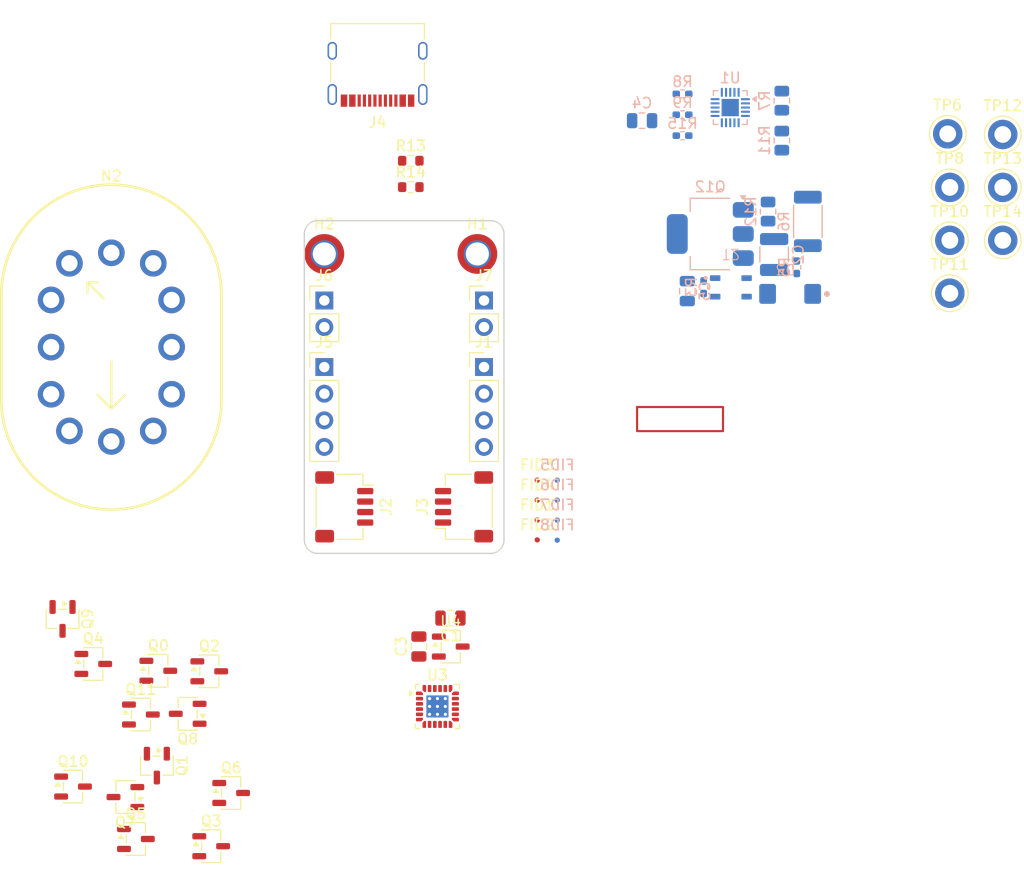
<source format=kicad_pcb>
(kicad_pcb (version 20241229) (generator "pcbnew") (generator_version "9.0")
  (title_block (title "OMNIXIE") (date "2025-12-16") (rev "1") (company "High Tech Aztech") (comment 3 "Engineer: Nicolas Alvarez"))
  (layers (0 "F.Cu" signal) (2 "B.Cu" signal) (13 "F.Paste" user) (15 "B.Paste" user) (5 "F.SilkS" user "F.Silkscreen") (7 "B.SilkS" user "B.Silkscreen") (1 "F.Mask" user) (3 "B.Mask" user) (25 "Edge.Cuts" user))
  (net 0 "")
  (net 3 "CATH1")
  (net 4 "CATH4")
  (net 5 "CATH2")
  (net 6 "CATH8")
  (net 7 "CATH0")
  (net 8 "CATH5")
  (net 9 "CATH3")
  (net 10 "CATH7")
  (net 11 "CATH6")
  (net 12 "CATH9")
  (net 13 "+3V3")
  (net 14 "DIG_0")
  (net 15 "DIG_1")
  (net 21 "DIG_2")
  (net 22 "GND")
  (net 23 "I2C_SCL")
  (net 24 "I2C_SDA")
  (net 25 "DIG_3")
  (net 27 "Net-(J4-CC1)")
  (net 32 "D-")
  (net 33 "DIG_4")
  (net 34 "DIG_5")
  (net 35 "DIG_6")
  (net 36 "DIG_7")
  (net 37 "DIG_8")
  (net 38 "DIG_9")
  (net 39 "DIG_AUX")
  (net 40 "CATHAUX")
  (net 41 "CATHDP")
  (net 42 "DIG_DP")
  (net 43 "PROGRAM")
  (net 44 "D+")
  (net 45 "Net-(J4-CC2)")
  (net 46 "DPU")
  (net 53 "VIN")
  (net 54 "Net-(U1-PD4{slash}A7{slash}UCK{slash}T2CH1ETR{slash}OPO{slash}T1CH4ETR)")
  (net 55 "Net-(U1-PD3{slash}A4{slash}T2CH2{slash}AETR{slash}UCTS{slash}T1CH4)")
  (net 56 "Net-(D2-K)")
  (net 57 "Net-(D2-A)")
  (net 58 "Net-(Q12-D)")
  (net 59 "Net-(R3-Pad1)")
  (net 60 "Net-(R5-Pad1)")
  (net 61 "HIGHVOLTAGE")
  (net 62 "HV_FEEDBACK")
  (net 63 "HV_SW")
  (footprint "TestPoint:TestPoint_Keystone_5005-5009_Compact" (layer "F.Cu") (at 200.200917 71.993722)
    (property "Reference" "TP6" (at 0 -2.75 0) (layer "F.SilkS"))
    (property "Value" "5005")
    (pad "1" thru_hole circle (at 0 0) (size 2.8 2.8) (drill 1.6) (layers "*.Cu" "*.Mask") (net 59 "Net-(R3-Pad1)"))
  )
  (footprint "Resistor_SMD:R_0603_1608Metric" (layer "F.Cu") (at 148.968417 77.073722)
    (property "Reference" "R14" (at 0 -1.43 0) (layer "F.SilkS"))
    (property "Value" "5.1k")
    (pad "1" smd roundrect (at -0.825 0) (size 0.8 0.95) (layers "F.Cu" "F.Mask" "F.Paste") (net 22 "GND"))
    (pad "2" smd roundrect (at 0.825 0) (size 0.8 0.95) (layers "F.Cu" "F.Mask" "F.Paste") (net 45 "Net-(J4-CC2)"))
  )
  (footprint "Connector_USB:USB_C_Receptacle_Palconn_UTC16-G" (layer "F.Cu") (at 145.793417 66.308722 180)
    (property "Reference" "J4" (at 0 -4.58 0) (layer "F.SilkS"))
    (property "Value" "USB4105-GF-A")
    (pad "" np_thru_hole circle (at -2.89 -1.45) (size 0.6 0.6) (drill 0.6) (layers "*.Cu" "*.Mask"))
    (pad "" np_thru_hole circle (at 2.89 -1.45) (size 0.6 0.6) (drill 0.6) (layers "*.Cu" "*.Mask"))
    (pad "A1" smd rect (at -3.2 -2.51 180) (size 0.6 1.16) (layers "F.Cu" "F.Mask" "F.Paste") (net 22 "GND"))
    (pad "A4" smd rect (at -2.4 -2.51 180) (size 0.6 1.16) (layers "F.Cu" "F.Mask" "F.Paste") (net 53 "VIN"))
    (pad "A5" smd rect (at -1.249999 -2.51) (size 0.3 1.16) (layers "F.Cu" "F.Mask" "F.Paste") (net 27 "Net-(J4-CC1)"))
    (pad "A6" smd rect (at -0.25 -2.51) (size 0.3 1.16) (layers "F.Cu" "F.Mask" "F.Paste") (net 44 "D+"))
    (pad "A7" smd rect (at 0.25 -2.51) (size 0.3 1.16) (layers "F.Cu" "F.Mask" "F.Paste") (net 32 "D-"))
    (pad "A8" smd rect (at 1.249999 -2.51) (size 0.3 1.16) (layers "F.Cu" "F.Mask" "F.Paste"))
    (pad "A9" smd rect (at 2.4 -2.51 180) (size 0.6 1.16) (layers "F.Cu" "F.Mask" "F.Paste") (net 53 "VIN"))
    (pad "A12" smd rect (at 3.2 -2.51 180) (size 0.6 1.16) (layers "F.Cu" "F.Mask" "F.Paste") (net 22 "GND"))
    (pad "B1" smd rect (at 3.2 -2.51 180) (size 0.6 1.16) (layers "F.Cu" "F.Mask" "F.Paste") (net 22 "GND"))
    (pad "B4" smd rect (at 2.4 -2.51 180) (size 0.6 1.16) (layers "F.Cu" "F.Mask" "F.Paste") (net 53 "VIN"))
    (pad "B5" smd rect (at 1.75 -2.51) (size 0.3 1.16) (layers "F.Cu" "F.Mask" "F.Paste") (net 45 "Net-(J4-CC2)"))
    (pad "B6" smd rect (at 0.75 -2.51) (size 0.3 1.16) (layers "F.Cu" "F.Mask" "F.Paste") (net 44 "D+"))
    (pad "B7" smd rect (at -0.75 -2.51) (size 0.3 1.16) (layers "F.Cu" "F.Mask" "F.Paste") (net 32 "D-"))
    (pad "B8" smd rect (at -1.75 -2.51) (size 0.3 1.16) (layers "F.Cu" "F.Mask" "F.Paste"))
    (pad "B9" smd rect (at -2.4 -2.51 180) (size 0.6 1.16) (layers "F.Cu" "F.Mask" "F.Paste") (net 53 "VIN"))
    (pad "B12" smd rect (at -3.2 -2.51 180) (size 0.6 1.16) (layers "F.Cu" "F.Mask" "F.Paste") (net 22 "GND"))
    (pad "S1" thru_hole oval (at -4.32 -1.93 270) (size 2 0.9) (drill oval 1.7 0.6) (property pad_prop_heatsink) (layers "*.Cu" "*.Mask") (net 22 "GND"))
    (pad "S1" thru_hole oval (at -4.32 2.24 270) (size 1.7 0.9) (drill oval 1.4 0.6) (property pad_prop_heatsink) (layers "*.Cu" "*.Mask") (net 22 "GND"))
    (pad "S1" thru_hole oval (at 4.32 -1.93 270) (size 2 0.9) (drill oval 1.7 0.6) (property pad_prop_heatsink) (layers "*.Cu" "*.Mask") (net 22 "GND"))
    (pad "S1" thru_hole oval (at 4.32 2.24 270) (size 1.7 0.9) (drill oval 1.4 0.6) (property pad_prop_heatsink) (layers "*.Cu" "*.Mask") (net 22 "GND"))
  )
  (footprint "Connector_JST:JST_SH_SM04B-SRSS-TB_1x04-1MP_P1.00mm_Horizontal" (layer "F.Cu") (at 142.618417 107.583722 -90)
    (property "Reference" "J2" (at 0 -3.98 90) (layer "F.SilkS"))
    (property "Value" "SM04B-SRSS-TB")
    (pad "1" smd roundrect (at -1.5 -2 270) (size 0.6 1.55) (layers "F.Cu" "F.Mask" "F.Paste") (net 24 "I2C_SDA"))
    (pad "2" smd roundrect (at -0.5 -2 270) (size 0.6 1.55) (layers "F.Cu" "F.Mask" "F.Paste") (net 23 "I2C_SCL"))
    (pad "3" smd roundrect (at 0.5 -2 270) (size 0.6 1.55) (layers "F.Cu" "F.Mask" "F.Paste") (net 13 "+3V3"))
    (pad "4" smd roundrect (at 1.5 -2 270) (size 0.6 1.55) (layers "F.Cu" "F.Mask" "F.Paste") (net 22 "GND"))
    (pad "MP" smd roundrect (at -2.8 1.875 270) (size 1.2 1.8) (layers "F.Cu" "F.Mask" "F.Paste") (roundrect_rratio 0.208333))
    (pad "MP" smd roundrect (at 2.8 1.875 270) (size 1.2 1.8) (layers "F.Cu" "F.Mask" "F.Paste") (roundrect_rratio 0.208333))
  )
  (footprint "TestPoint:TestPoint_Keystone_5005-5009_Compact" (layer "F.Cu") (at 205.453417 72.053722)
    (property "Reference" "TP12" (at 0 -2.75 0) (layer "F.SilkS"))
    (property "Value" "5005")
    (pad "1" thru_hole circle (at 0 0) (size 2.8 2.8) (drill 1.6) (layers "*.Cu" "*.Mask") (net 60 "Net-(R5-Pad1)"))
  )
  (footprint "Connector_PinHeader_2.54mm:PinHeader_1x04_P2.54mm_Vertical" (layer "F.Cu") (at 155.953417 94.248722)
    (property "Reference" "J1" (at 0 -2.38 0) (layer "F.SilkS"))
    (property "Value" "Conn_01x04")
    (pad "1" thru_hole rect (at 0 0) (size 1.7 1.7) (drill 1) (layers "*.Cu" "*.Mask") (net 24 "I2C_SDA"))
    (pad "2" thru_hole circle (at 0 2.54) (size 1.7 1.7) (drill 1) (layers "*.Cu" "*.Mask") (net 23 "I2C_SCL"))
    (pad "3" thru_hole circle (at 0 5.08) (size 1.7 1.7) (drill 1) (layers "*.Cu" "*.Mask") (net 13 "+3V3"))
    (pad "4" thru_hole circle (at 0 7.62) (size 1.7 1.7) (drill 1) (layers "*.Cu" "*.Mask") (net 22 "GND"))
  )
  (footprint "TestPoint:TestPoint_Keystone_5005-5009_Compact" (layer "F.Cu") (at 200.403417 77.103722)
    (property "Reference" "TP8" (at 0 -2.75 0) (layer "F.SilkS"))
    (property "Value" "5005")
    (pad "1" thru_hole circle (at 0 0) (size 2.8 2.8) (drill 1.6) (layers "*.Cu" "*.Mask") (net 56 "Net-(D2-K)"))
  )
  (footprint "NIXIE:IN-12A Nixie" (layer "F.Cu") (at 120.393417 92.343722)
    (property "Reference" "N2" (at 0 -16.327 0) (layer "F.SilkS"))
    (property "Value" "IN-12BORIGINAL")
    (pad "" np_thru_hole circle (at 0 0) (size 2.54 2.54) (drill 5) (layers "*.Cu" "*.Mask"))
    (pad "1" thru_hole circle (at -4 -8) (size 2.54 2.54) (drill 1.55) (layers "*.Cu" "*.Mask") (net 3 "CATH1"))
    (pad "2" thru_hole circle (at -5.74999 -4.5) (size 2.54 2.54) (drill 1.55) (layers "*.Cu" "*.Mask") (net 5 "CATH2"))
    (pad "3" thru_hole circle (at -5.75 0) (size 2.54 2.54) (drill 1.55) (layers "*.Cu" "*.Mask") (net 9 "CATH3"))
    (pad "4" thru_hole circle (at -5.75 4.5) (size 2.54 2.54) (drill 1.55) (layers "*.Cu" "*.Mask") (net 4 "CATH4"))
    (pad "5" thru_hole circle (at -4 8) (size 2.54 2.54) (drill 1.55) (layers "*.Cu" "*.Mask") (net 8 "CATH5"))
    (pad "6" thru_hole circle (at 0 9) (size 2.54 2.54) (drill 1.55) (layers "*.Cu" "*.Mask") (net 11 "CATH6"))
    (pad "7" thru_hole circle (at 4 8) (size 2.54 2.54) (drill 1.55) (layers "*.Cu" "*.Mask") (net 10 "CATH7"))
    (pad "8" thru_hole circle (at 5.75 4.5) (size 2.54 2.54) (drill 1.55) (layers "*.Cu" "*.Mask") (net 6 "CATH8"))
    (pad "9" thru_hole circle (at 5.75 0) (size 2.54 2.54) (drill 1.55) (layers "*.Cu" "*.Mask") (net 12 "CATH9"))
    (pad "10" thru_hole circle (at 5.75 -4.5) (size 2.54 2.54) (drill 1.55) (layers "*.Cu" "*.Mask"))
    (pad "11" thru_hole circle (at 4 -8) (size 2.54 2.54) (drill 1.55) (layers "*.Cu" "*.Mask"))
    (pad "12" thru_hole circle (at 0 -9) (size 2.54 2.54) (drill 1.55) (layers "*.Cu" "*.Mask"))
  )
  (footprint "Connector_PinHeader_2.54mm:PinHeader_1x04_P2.54mm_Vertical" (layer "F.Cu") (at 140.713417 94.248722)
    (property "Reference" "J5" (at 0 -2.38 0) (layer "F.SilkS"))
    (property "Value" "Conn_01x04")
    (pad "1" thru_hole rect (at 0 0) (size 1.7 1.7) (drill 1) (layers "*.Cu" "*.Mask") (net 24 "I2C_SDA"))
    (pad "2" thru_hole circle (at 0 2.54) (size 1.7 1.7) (drill 1) (layers "*.Cu" "*.Mask") (net 23 "I2C_SCL"))
    (pad "3" thru_hole circle (at 0 5.08) (size 1.7 1.7) (drill 1) (layers "*.Cu" "*.Mask") (net 13 "+3V3"))
    (pad "4" thru_hole circle (at 0 7.62) (size 1.7 1.7) (drill 1) (layers "*.Cu" "*.Mask") (net 22 "GND"))
  )
  (footprint "Fiducial:Fiducial_0.5mm_Mask1mm" (layer "F.Cu") (at 161.033417 110.738722)
    (property "Reference" "FID2" (at 0 -1.45 0) (layer "F.SilkS"))
    (property "Value" "Fiducial")
    (pad "" smd circle (at 0 0) (size 0.5 0.5) (layers "F.Cu" "F.Mask") (clearance 0.35))
  )
  (footprint "TestPoint:TestPoint_Keystone_5005-5009_Compact" (layer "F.Cu") (at 200.403417 82.153722)
    (property "Reference" "TP10" (at 0 -2.75 0) (layer "F.SilkS"))
    (property "Value" "5005")
    (pad "1" thru_hole circle (at 0 0) (size 2.8 2.8) (drill 1.6) (layers "*.Cu" "*.Mask") (net 53 "VIN"))
  )
  (footprint "Capacitor_SMD:C_0805_2012Metric" (layer "F.Cu") (at 152.749873 118.200242 180)
    (property "Reference" "C1" (at 0 -1.68 0) (layer "F.SilkS"))
    (property "Value" "10uF")
    (pad "1" smd roundrect (at -0.95 0 180) (size 1 1.45) (layers "F.Cu" "F.Mask" "F.Paste") (net 53 "VIN"))
    (pad "2" smd roundrect (at 0.95 0 180) (size 1 1.45) (layers "F.Cu" "F.Mask" "F.Paste") (net 22 "GND"))
  )
  (footprint "MountingHole:MountingHole_2.2mm_M2_DIN965_Pad_TopOnly" (layer "F.Cu") (at 140.713417 83.453722)
    (property "Reference" "H2" (at 0 -2.85 0) (layer "F.SilkS"))
    (property "Value" "MountingHole")
    (pad "1" thru_hole circle (at 0 0) (size 2.6 2.6) (drill 2.2) (layers "*.Cu" "*.Mask"))
    (pad "1" connect circle (at 0 0) (size 3.8 3.8) (layers "F.Cu" "F.Mask"))
  )
  (footprint "Package_TO_SOT_SMD:SOT-23-3" (layer "F.Cu") (at 122.735101 139.278722)
    (property "Reference" "Q5" (at 0 -2.4 0) (layer "F.SilkS"))
    (property "Value" "BSS123")
    (pad "1" smd roundrect (at -1.1375 -0.95) (size 1.325 0.6) (layers "F.Cu" "F.Mask" "F.Paste") (net 34 "DIG_5"))
    (pad "2" smd roundrect (at -1.1375 0.95) (size 1.325 0.6) (layers "F.Cu" "F.Mask" "F.Paste") (net 22 "GND"))
    (pad "3" smd roundrect (at 1.1375 0) (size 1.325 0.6) (layers "F.Cu" "F.Mask" "F.Paste") (net 8 "CATH5"))
  )
  (footprint "Fiducial:Fiducial_0.5mm_Mask1mm" (layer "F.Cu") (at 161.033417 108.853722)
    (property "Reference" "FID1" (at 0 -1.45 0) (layer "F.SilkS"))
    (property "Value" "Fiducial")
    (pad "" smd circle (at 0 0) (size 0.5 0.5) (layers "F.Cu" "F.Mask") (clearance 0.35))
  )
  (footprint "Package_TO_SOT_SMD:SOT-23-3" (layer "F.Cu") (at 127.67603 127.332861 180)
    (property "Reference" "Q8" (at 0 -2.4 0) (layer "F.SilkS"))
    (property "Value" "BSS123")
    (pad "1" smd roundrect (at -1.1375 -0.949999 180) (size 1.325 0.6) (layers "F.Cu" "F.Mask" "F.Paste") (net 37 "DIG_8"))
    (pad "2" smd roundrect (at -1.1375 0.949999 180) (size 1.325 0.6) (layers "F.Cu" "F.Mask" "F.Paste") (net 22 "GND"))
    (pad "3" smd roundrect (at 1.1375 0 180) (size 1.325 0.6) (layers "F.Cu" "F.Mask" "F.Paste") (net 6 "CATH8"))
  )
  (footprint "Package_TO_SOT_SMD:SOT-23-3" (layer "F.Cu") (at 129.918417 139.968722)
    (property "Reference" "Q3" (at 0 -2.4 0) (layer "F.SilkS"))
    (property "Value" "BSS123")
    (pad "1" smd roundrect (at -1.1375 -0.949999) (size 1.325 0.6) (layers "F.Cu" "F.Mask" "F.Paste") (net 25 "DIG_3"))
    (pad "2" smd roundrect (at -1.1375 0.949999) (size 1.325 0.6) (layers "F.Cu" "F.Mask" "F.Paste") (net 22 "GND"))
    (pad "3" smd roundrect (at 1.1375 0) (size 1.325 0.6) (layers "F.Cu" "F.Mask" "F.Paste") (net 9 "CATH3"))
  )
  (footprint "Package_TO_SOT_SMD:SOT-23-3" (layer "F.Cu") (at 116.735101 134.278722)
    (property "Reference" "Q10" (at 0 -2.4 0) (layer "F.SilkS"))
    (property "Value" "BSS123")
    (pad "1" smd roundrect (at -1.1375 -0.95) (size 1.325 0.6) (layers "F.Cu" "F.Mask" "F.Paste") (net 39 "DIG_AUX"))
    (pad "2" smd roundrect (at -1.1375 0.95) (size 1.325 0.6) (layers "F.Cu" "F.Mask" "F.Paste") (net 22 "GND"))
    (pad "3" smd roundrect (at 1.1375 0) (size 1.325 0.6) (layers "F.Cu" "F.Mask" "F.Paste") (net 40 "CATHAUX"))
  )
  (footprint "Resistor_SMD:R_0603_1608Metric" (layer "F.Cu") (at 148.968417 74.563722)
    (property "Reference" "R13" (at 0 -1.43 0) (layer "F.SilkS"))
    (property "Value" "5.1k")
    (pad "1" smd roundrect (at -0.825 0) (size 0.8 0.95) (layers "F.Cu" "F.Mask" "F.Paste") (net 27 "Net-(J4-CC1)"))
    (pad "2" smd roundrect (at 0.825 0) (size 0.8 0.95) (layers "F.Cu" "F.Mask" "F.Paste") (net 22 "GND"))
  )
  (footprint "Package_TO_SOT_SMD:SOT-23-3" (layer "F.Cu") (at 115.735101 118.278722 -90)
    (property "Reference" "Q9" (at 0 -2.4 90) (layer "F.SilkS"))
    (property "Value" "BSS123")
    (pad "1" smd roundrect (at -1.1375 -0.949999 270) (size 1.325 0.6) (layers "F.Cu" "F.Mask" "F.Paste") (net 38 "DIG_9"))
    (pad "2" smd roundrect (at -1.1375 0.949999 270) (size 1.325 0.6) (layers "F.Cu" "F.Mask" "F.Paste") (net 22 "GND"))
    (pad "3" smd roundrect (at 1.1375 0 270) (size 1.325 0.6) (layers "F.Cu" "F.Mask" "F.Paste") (net 12 "CATH9"))
  )
  (footprint "Package_DFN_QFN:TQFN-24-1EP_4x4mm_P0.5mm_EP2.1x2.1mm_ThermalVias" (layer "F.Cu") (at 151.508417 126.633722)
    (property "Reference" "U3" (at 0 -3 0) (layer "F.SilkS"))
    (property "Value" "PI4IOE5V6416ZDEX")
    (pad "1" smd custom (at -1.7125 -1.25) (size 0.222721 0.222721) (layers "F.Cu" "F.Mask" "F.Paste") (net 14 "DIG_0") (options (clearance outline) (anchor circle)) (primitives (gr_poly (pts (xy -0.2525 -0.09) (xy 0.122292 -0.09) (xy 0.2525 0.040208) (xy 0.2525 0.09) (xy -0.2525 0.09)) (width 0.17) (fill yes))))
    (pad "2" smd roundrect (at -1.7125 -0.75) (size 0.675 0.35) (layers "F.Cu" "F.Mask" "F.Paste") (net 15 "DIG_1"))
    (pad "3" smd roundrect (at -1.7125 -0.25) (size 0.675 0.35) (layers "F.Cu" "F.Mask" "F.Paste") (net 21 "DIG_2"))
    (pad "4" smd roundrect (at -1.7125 0.25) (size 0.675 0.35) (layers "F.Cu" "F.Mask" "F.Paste") (net 25 "DIG_3"))
    (pad "5" smd roundrect (at -1.7125 0.75) (size 0.675 0.35) (layers "F.Cu" "F.Mask" "F.Paste") (net 33 "DIG_4"))
    (pad "6" smd custom (at -1.7125 1.25) (size 0.222721 0.222721) (layers "F.Cu" "F.Mask" "F.Paste") (net 34 "DIG_5") (options (clearance outline) (anchor circle)) (primitives (gr_poly (pts (xy -0.2525 -0.09) (xy 0.2525 -0.09) (xy 0.2525 -0.040208) (xy 0.122292 0.09) (xy -0.2525 0.09)) (width 0.17) (fill yes))))
    (pad "7" smd custom (at -1.25 1.7125) (size 0.222721 0.222721) (layers "F.Cu" "F.Mask" "F.Paste") (net 35 "DIG_6") (options (clearance outline) (anchor circle)) (primitives (gr_poly (pts (xy -0.09 -0.122292) (xy 0.040208 -0.2525) (xy 0.09 -0.2525) (xy 0.09 0.2525) (xy -0.09 0.2525)) (width 0.17) (fill yes))))
    (pad "8" smd roundrect (at -0.75 1.7125) (size 0.35 0.675) (layers "F.Cu" "F.Mask" "F.Paste") (net 36 "DIG_7"))
    (pad "9" smd roundrect (at -0.25 1.7125) (size 0.35 0.675) (layers "F.Cu" "F.Mask" "F.Paste") (net 22 "GND"))
    (pad "10" smd roundrect (at 0.25 1.7125) (size 0.35 0.675) (layers "F.Cu" "F.Mask" "F.Paste") (net 37 "DIG_8"))
    (pad "11" smd roundrect (at 0.75 1.7125) (size 0.35 0.675) (layers "F.Cu" "F.Mask" "F.Paste") (net 38 "DIG_9"))
    (pad "12" smd custom (at 1.25 1.7125) (size 0.222721 0.222721) (layers "F.Cu" "F.Mask" "F.Paste") (net 42 "DIG_DP") (options (clearance outline) (anchor circle)) (primitives (gr_poly (pts (xy -0.09 -0.2525) (xy -0.040208 -0.2525) (xy 0.09 -0.122292) (xy 0.09 0.2525) (xy -0.09 0.2525)) (width 0.17) (fill yes))))
    (pad "13" smd custom (at 1.7125 1.25) (size 0.222721 0.222721) (layers "F.Cu" "F.Mask" "F.Paste") (net 39 "DIG_AUX") (options (clearance outline) (anchor circle)) (primitives (gr_poly (pts (xy -0.2525 -0.09) (xy 0.2525 -0.09) (xy 0.2525 0.09) (xy -0.122292 0.09) (xy -0.2525 -0.040208)) (width 0.17) (fill yes))))
    (pad "14" smd roundrect (at 1.7125 0.75) (size 0.675 0.35) (layers "F.Cu" "F.Mask" "F.Paste"))
    (pad "15" smd roundrect (at 1.7125 0.25) (size 0.675 0.35) (layers "F.Cu" "F.Mask" "F.Paste"))
    (pad "16" smd roundrect (at 1.7125 -0.25) (size 0.675 0.35) (layers "F.Cu" "F.Mask" "F.Paste"))
    (pad "17" smd roundrect (at 1.7125 -0.75) (size 0.675 0.35) (layers "F.Cu" "F.Mask" "F.Paste"))
    (pad "18" smd custom (at 1.7125 -1.25) (size 0.222721 0.222721) (layers "F.Cu" "F.Mask" "F.Paste") (net 22 "GND") (options (clearance outline) (anchor circle)) (primitives (gr_poly (pts (xy -0.2525 0.040208) (xy -0.122292 -0.09) (xy 0.2525 -0.09) (xy 0.2525 0.09) (xy -0.2525 0.09)) (width 0.17) (fill yes))))
    (pad "19" smd custom (at 1.25 -1.7125) (size 0.222721 0.222721) (layers "F.Cu" "F.Mask" "F.Paste") (net 23 "I2C_SCL") (options (clearance outline) (anchor circle)) (primitives (gr_poly (pts (xy -0.09 -0.2525) (xy 0.09 -0.2525) (xy 0.09 0.122292) (xy -0.040208 0.2525) (xy -0.09 0.2525)) (width 0.17) (fill yes))))
    (pad "20" smd roundrect (at 0.75 -1.7125) (size 0.35 0.675) (layers "F.Cu" "F.Mask" "F.Paste") (net 24 "I2C_SDA"))
    (pad "21" smd roundrect (at 0.25 -1.7125) (size 0.35 0.675) (layers "F.Cu" "F.Mask" "F.Paste") (net 13 "+3V3"))
    (pad "22" smd roundrect (at -0.25 -1.7125) (size 0.35 0.675) (layers "F.Cu" "F.Mask" "F.Paste"))
    (pad "23" smd roundrect (at -0.75 -1.7125) (size 0.35 0.675) (layers "F.Cu" "F.Mask" "F.Paste") (net 13 "+3V3"))
    (pad "24" smd custom (at -1.25 -1.7125) (size 0.222721 0.222721) (layers "F.Cu" "F.Mask" "F.Paste") (options (clearance outline) (anchor circle)) (primitives (gr_poly (pts (xy -0.09 -0.2525) (xy 0.09 -0.2525) (xy 0.09 0.2525) (xy 0.040208 0.2525) (xy -0.09 0.122292)) (width 0.17) (fill yes))))
    (pad "25" thru_hole circle (at -0.75 -0.75) (size 0.6 0.6) (drill 0.3) (property pad_prop_heatsink) (layers "*.Cu"))
    (pad "25" thru_hole circle (at -0.75 0) (size 0.6 0.6) (drill 0.3) (property pad_prop_heatsink) (layers "*.Cu"))
    (pad "25" thru_hole circle (at -0.75 0.75) (size 0.6 0.6) (drill 0.3) (property pad_prop_heatsink) (layers "*.Cu"))
    (pad "25" thru_hole circle (at 0 -0.75) (size 0.6 0.6) (drill 0.3) (property pad_prop_heatsink) (layers "*.Cu"))
    (pad "25" thru_hole circle (at 0 0) (size 0.6 0.6) (drill 0.3) (property pad_prop_heatsink) (layers "*.Cu"))
    (pad "25" smd rect (at 0 0) (size 2.1 2.1) (property pad_prop_heatsink) (layers "F.Cu" "F.Mask"))
    (pad "25" smd rect (at 0 0) (size 2.1 2.1) (property pad_prop_heatsink) (layers "B.Cu"))
    (pad "25" thru_hole circle (at 0 0.75) (size 0.6 0.6) (drill 0.3) (property pad_prop_heatsink) (layers "*.Cu"))
    (pad "25" thru_hole circle (at 0.75 -0.75) (size 0.6 0.6) (drill 0.3) (property pad_prop_heatsink) (layers "*.Cu"))
    (pad "25" thru_hole circle (at 0.75 0) (size 0.6 0.6) (drill 0.3) (property pad_prop_heatsink) (layers "*.Cu"))
    (pad "25" thru_hole circle (at 0.75 0.75) (size 0.6 0.6) (drill 0.3) (property pad_prop_heatsink) (layers "*.Cu"))
  )
  (footprint "Connector_JST:JST_SH_SM04B-SRSS-TB_1x04-1MP_P1.00mm_Horizontal" (layer "F.Cu") (at 154.048417 107.583722 90)
    (property "Reference" "J3" (at 0 -3.98 90) (layer "F.SilkS"))
    (property "Value" "SM04B-SRSS-TB")
    (pad "1" smd roundrect (at -1.5 -2 90) (size 0.6 1.55) (layers "F.Cu" "F.Mask" "F.Paste") (net 24 "I2C_SDA"))
    (pad "2" smd roundrect (at -0.5 -2 90) (size 0.6 1.55) (layers "F.Cu" "F.Mask" "F.Paste") (net 23 "I2C_SCL"))
    (pad "3" smd roundrect (at 0.5 -2 90) (size 0.6 1.55) (layers "F.Cu" "F.Mask" "F.Paste") (net 13 "+3V3"))
    (pad "4" smd roundrect (at 1.5 -2 90) (size 0.6 1.55) (layers "F.Cu" "F.Mask" "F.Paste") (net 22 "GND"))
    (pad "MP" smd roundrect (at -2.8 1.875 90) (size 1.2 1.8) (layers "F.Cu" "F.Mask" "F.Paste") (roundrect_rratio 0.208333))
    (pad "MP" smd roundrect (at 2.8 1.875 90) (size 1.2 1.8) (layers "F.Cu" "F.Mask" "F.Paste") (roundrect_rratio 0.208333))
  )
  (footprint "Capacitor_SMD:C_0805_2012Metric" (layer "F.Cu") (at 149.738571 120.911841 90)
    (property "Reference" "C3" (at 0 -1.68 90) (layer "F.SilkS"))
    (property "Value" "1uF")
    (pad "1" smd roundrect (at -0.95 0 90) (size 1 1.45) (layers "F.Cu" "F.Mask" "F.Paste") (net 13 "+3V3"))
    (pad "2" smd roundrect (at 0.95 0 90) (size 1 1.45) (layers "F.Cu" "F.Mask" "F.Paste") (net 22 "GND"))
  )
  (footprint "Connector_PinHeader_2.54mm:PinHeader_1x02_P2.54mm_Vertical" (layer "F.Cu") (at 155.953417 87.893722)
    (property "Reference" "J7" (at 0 -2.38 0) (layer "F.SilkS"))
    (property "Value" "Conn_01x02")
    (pad "1" thru_hole rect (at 0 0) (size 1.7 1.7) (drill 1) (layers "*.Cu" "*.Mask") (net 53 "VIN"))
    (pad "2" thru_hole circle (at 0 2.54) (size 1.7 1.7) (drill 1) (layers "*.Cu" "*.Mask") (net 22 "GND"))
  )
  (footprint "Package_TO_SOT_SMD:SOT-23-3" (layer "F.Cu") (at 124.872601 123.228722)
    (property "Reference" "Q0" (at 0 -2.4 0) (layer "F.SilkS"))
    (property "Value" "BSS123")
    (pad "1" smd roundrect (at -1.1375 -0.95) (size 1.325 0.6) (layers "F.Cu" "F.Mask" "F.Paste") (net 14 "DIG_0"))
    (pad "2" smd roundrect (at -1.1375 0.95) (size 1.325 0.6) (layers "F.Cu" "F.Mask" "F.Paste") (net 22 "GND"))
    (pad "3" smd roundrect (at 1.1375 0) (size 1.325 0.6) (layers "F.Cu" "F.Mask" "F.Paste") (net 7 "CATH0"))
  )
  (footprint "MountingHole:MountingHole_2.2mm_M2_DIN965_Pad_TopOnly" (layer "F.Cu") (at 155.318417 83.453722)
    (property "Reference" "H1" (at 0 -2.85 0) (layer "F.SilkS"))
    (property "Value" "MountingHole")
    (pad "1" thru_hole circle (at 0 0) (size 2.6 2.6) (drill 2.2) (layers "*.Cu" "*.Mask"))
    (pad "1" connect circle (at 0 0) (size 3.8 3.8) (layers "F.Cu" "F.Mask"))
  )
  (footprint "Package_TO_SOT_SMD:SOT-23-3" (layer "F.Cu") (at 118.664823 122.576233)
    (property "Reference" "Q4" (at 0 -2.4 0) (layer "F.SilkS"))
    (property "Value" "BSS123")
    (pad "1" smd roundrect (at -1.1375 -0.949999) (size 1.325 0.6) (layers "F.Cu" "F.Mask" "F.Paste") (net 33 "DIG_4"))
    (pad "2" smd roundrect (at -1.1375 0.949999) (size 1.325 0.6) (layers "F.Cu" "F.Mask" "F.Paste") (net 22 "GND"))
    (pad "3" smd roundrect (at 1.1375 0) (size 1.325 0.6) (layers "F.Cu" "F.Mask" "F.Paste") (net 4 "CATH4"))
  )
  (footprint "Connector_PinHeader_2.54mm:PinHeader_1x02_P2.54mm_Vertical" (layer "F.Cu") (at 140.713417 87.893722)
    (property "Reference" "J6" (at 0 -2.38 0) (layer "F.SilkS"))
    (property "Value" "Conn_01x02")
    (pad "1" thru_hole rect (at 0 0) (size 1.7 1.7) (drill 1) (layers "*.Cu" "*.Mask") (net 53 "VIN"))
    (pad "2" thru_hole circle (at 0 2.54) (size 1.7 1.7) (drill 1) (layers "*.Cu" "*.Mask") (net 22 "GND"))
  )
  (footprint "Package_TO_SOT_SMD:SOT-23-3" (layer "F.Cu") (at 124.735101 132.278722 -90)
    (property "Reference" "Q1" (at 0 -2.4 90) (layer "F.SilkS"))
    (property "Value" "BSS123")
    (pad "1" smd roundrect (at -1.1375 -0.949999 270) (size 1.325 0.6) (layers "F.Cu" "F.Mask" "F.Paste") (net 15 "DIG_1"))
    (pad "2" smd roundrect (at -1.1375 0.949999 270) (size 1.325 0.6) (layers "F.Cu" "F.Mask" "F.Paste") (net 22 "GND"))
    (pad "3" smd roundrect (at 1.1375 0 270) (size 1.325 0.6) (layers "F.Cu" "F.Mask" "F.Paste") (net 3 "CATH1"))
  )
  (footprint "TestPoint:TestPoint_Keystone_5005-5009_Compact" (layer "F.Cu") (at 205.453417 82.153722)
    (property "Reference" "TP14" (at 0 -2.75 0) (layer "F.SilkS"))
    (property "Value" "5005")
    (pad "1" thru_hole circle (at 0 0) (size 2.8 2.8) (drill 1.6) (layers "*.Cu" "*.Mask") (net 63 "HV_SW"))
  )
  (footprint "Fiducial:Fiducial_0.5mm_Mask1mm" (layer "F.Cu") (at 161.033417 105.043722)
    (property "Reference" "FID3" (at 0 -1.45 0) (layer "F.SilkS"))
    (property "Value" "Fiducial")
    (pad "" smd circle (at 0 0) (size 0.5 0.5) (layers "F.Cu" "F.Mask") (clearance 0.35))
  )
  (footprint "Package_TO_SOT_SMD:SOT-23-3" (layer "F.Cu") (at 152.778417 120.918722)
    (property "Reference" "U4" (at 0 -2.4 0) (layer "F.SilkS"))
    (property "Value" "XC6206P332MR")
    (pad "1" smd roundrect (at -1.1375 -0.95) (size 1.325 0.6) (layers "F.Cu" "F.Mask" "F.Paste") (net 22 "GND"))
    (pad "2" smd roundrect (at -1.1375 0.95) (size 1.325 0.6) (layers "F.Cu" "F.Mask" "F.Paste") (net 13 "+3V3"))
    (pad "3" smd roundrect (at 1.1375 0) (size 1.325 0.6) (layers "F.Cu" "F.Mask" "F.Paste") (net 53 "VIN"))
  )
  (footprint "TestPoint:TestPoint_Keystone_5005-5009_Compact" (layer "F.Cu") (at 205.453417 77.103722)
    (property "Reference" "TP13" (at 0 -2.75 0) (layer "F.SilkS"))
    (property "Value" "5005")
    (pad "1" thru_hole circle (at 0 0) (size 2.8 2.8) (drill 1.6) (layers "*.Cu" "*.Mask") (net 62 "HV_FEEDBACK"))
  )
  (footprint "Package_TO_SOT_SMD:SOT-23-3" (layer "F.Cu") (at 123.210101 127.403722)
    (property "Reference" "Q11" (at 0 -2.4 0) (layer "F.SilkS"))
    (property "Value" "BSS123")
    (pad "1" smd roundrect (at -1.1375 -0.95) (size 1.325 0.6) (layers "F.Cu" "F.Mask" "F.Paste") (net 42 "DIG_DP"))
    (pad "2" smd roundrect (at -1.1375 0.95) (size 1.325 0.6) (layers "F.Cu" "F.Mask" "F.Paste") (net 22 "GND"))
    (pad "3" smd roundrect (at 1.1375 0) (size 1.325 0.6) (layers "F.Cu" "F.Mask" "F.Paste") (net 41 "CATHDP"))
  )
  (footprint "Package_TO_SOT_SMD:SOT-23-3" (layer "F.Cu") (at 129.735101 123.278722)
    (property "Reference" "Q2" (at 0 -2.4 0) (layer "F.SilkS"))
    (property "Value" "BSS123")
    (pad "1" smd roundrect (at -1.1375 -0.95) (size 1.325 0.6) (layers "F.Cu" "F.Mask" "F.Paste") (net 21 "DIG_2"))
    (pad "2" smd roundrect (at -1.1375 0.95) (size 1.325 0.6) (layers "F.Cu" "F.Mask" "F.Paste") (net 22 "GND"))
    (pad "3" smd roundrect (at 1.1375 0) (size 1.325 0.6) (layers "F.Cu" "F.Mask" "F.Paste") (net 5 "CATH2"))
  )
  (footprint "Package_TO_SOT_SMD:SOT-23-3" (layer "F.Cu") (at 131.823417 134.888722)
    (property "Reference" "Q6" (at 0 -2.4 0) (layer "F.SilkS"))
    (property "Value" "BSS123")
    (pad "1" smd roundrect (at -1.1375 -0.949999) (size 1.325 0.6) (layers "F.Cu" "F.Mask" "F.Paste") (net 35 "DIG_6"))
    (pad "2" smd roundrect (at -1.1375 0.949999) (size 1.325 0.6) (layers "F.Cu" "F.Mask" "F.Paste") (net 22 "GND"))
    (pad "3" smd roundrect (at 1.1375 0) (size 1.325 0.6) (layers "F.Cu" "F.Mask" "F.Paste") (net 11 "CATH6"))
  )
  (footprint "TestPoint:TestPoint_Keystone_5005-5009_Compact" (layer "F.Cu") (at 200.403417 87.203722)
    (property "Reference" "TP11" (at 0 -2.75 0) (layer "F.SilkS"))
    (property "Value" "5005")
    (pad "1" thru_hole circle (at 0 0) (size 2.8 2.8) (drill 1.6) (layers "*.Cu" "*.Mask") (net 57 "Net-(D2-A)"))
  )
  (footprint "Package_TO_SOT_SMD:SOT-23-3" (layer "F.Cu") (at 121.735101 135.278722 180)
    (property "Reference" "Q7" (at 0 -2.4 0) (layer "F.SilkS"))
    (property "Value" "BSS123")
    (pad "1" smd roundrect (at -1.1375 -0.949999 180) (size 1.325 0.6) (layers "F.Cu" "F.Mask" "F.Paste") (net 36 "DIG_7"))
    (pad "2" smd roundrect (at -1.1375 0.949999 180) (size 1.325 0.6) (layers "F.Cu" "F.Mask" "F.Paste") (net 22 "GND"))
    (pad "3" smd roundrect (at 1.1375 0 180) (size 1.325 0.6) (layers "F.Cu" "F.Mask" "F.Paste") (net 10 "CATH7"))
  )
  (footprint "Fiducial:Fiducial_0.5mm_Mask1mm" (layer "F.Cu") (at 161.033417 106.948722)
    (property "Reference" "FID4" (at 0 -1.45 0) (layer "F.SilkS"))
    (property "Value" "Fiducial")
    (pad "" smd circle (at 0 0) (size 0.5 0.5) (layers "F.Cu" "F.Mask") (clearance 0.35))
  )
  (footprint "Package_TO_SOT_SMD:SOT-223-3_TabPin2" (layer "B.Cu") (at 177.543417 81.548722 180)
    (property "Reference" "Q12" (at 0 4.5 0) (layer "B.SilkS") (effects (justify mirror)))
    (property "Value" "IPN50R1K4CEATMA1")
    (pad "1" smd roundrect (at -3.15 2.3 180) (size 2 1.5) (layers "B.Cu" "B.Mask" "B.Paste") (net 63 "HV_SW"))
    (pad "2" smd roundrect (at -3.15 0 180) (size 2 1.5) (layers "B.Cu" "B.Mask" "B.Paste") (net 22 "GND"))
    (pad "2" smd roundrect (at 3.15 0 180) (size 2 3.8) (layers "B.Cu" "B.Mask" "B.Paste") (net 22 "GND"))
    (pad "3" smd roundrect (at -3.15 -2.3 180) (size 2 1.5) (layers "B.Cu" "B.Mask" "B.Paste") (net 58 "Net-(Q12-D)"))
  )
  (footprint "Resistor_SMD:R_0402_1005Metric_Pad0.72x0.64mm_HandSolder" (layer "B.Cu") (at 176.908417 86.628722 -90)
    (property "Reference" "R3" (at 0 1.17 90) (layer "B.SilkS") (effects (justify mirror)))
    (property "Value" "4.42m")
    (pad "1" smd roundrect (at -0.5975 0 270) (size 0.715 0.64) (layers "B.Cu" "B.Mask" "B.Paste") (net 59 "Net-(R3-Pad1)"))
    (pad "2" smd roundrect (at 0.5975 0 270) (size 0.715 0.64) (layers "B.Cu" "B.Mask" "B.Paste") (net 53 "VIN"))
  )
  (footprint "Resistor_SMD:R_0402_1005Metric_Pad0.72x0.64mm_HandSolder" (layer "B.Cu") (at 174.895917 72.163722 180)
    (property "Reference" "R15" (at 0 1.17 0) (layer "B.SilkS") (effects (justify mirror)))
    (property "Value" "1.5k")
    (pad "1" smd roundrect (at -0.5975 0 180) (size 0.715 0.64) (layers "B.Cu" "B.Mask" "B.Paste") (net 46 "DPU"))
    (pad "2" smd roundrect (at 0.5975 0 180) (size 0.715 0.64) (layers "B.Cu" "B.Mask" "B.Paste") (net 54 "Net-(U1-PD4{slash}A7{slash}UCK{slash}T2CH1ETR{slash}OPO{slash}T1CH4ETR)"))
  )
  (footprint "OMNIXIE:SK3200AFL" (layer "B.Cu") (at 185.163417 87.263722 180)
    (property "Reference" "D2" (at 0.44 2.27 0) (layer "B.SilkS") (effects (font (thickness 0.1)) (justify mirror)))
    (property "Value" "SK3200AFL-TP")
    (pad "1" smd roundrect (at -2.15 0 180) (size 1.6 1.9) (layers "B.Cu" "B.Mask") (roundrect_rratio 0.15) (net 56 "Net-(D2-K)"))
    (pad "2" smd roundrect (at 2.15 0 180) (size 1.6 1.9) (layers "B.Cu" "B.Mask") (roundrect_rratio 0.15) (net 57 "Net-(D2-A)"))
  )
  (footprint "Capacitor_SMD:C_0805_2012Metric" (layer "B.Cu") (at 175.35235 86.997835 90)
    (property "Reference" "C5" (at 0 1.68 90) (layer "B.SilkS") (effects (justify mirror)))
    (property "Value" "1uF")
    (pad "1" smd roundrect (at -0.95 0 90) (size 1 1.45) (layers "B.Cu" "B.Mask" "B.Paste") (net 53 "VIN"))
    (pad "2" smd roundrect (at 0.95 0 90) (size 1 1.45) (layers "B.Cu" "B.Mask" "B.Paste") (net 22 "GND"))
  )
  (footprint "Resistor_SMD:R_0402_1005Metric_Pad0.72x0.64mm_HandSolder" (layer "B.Cu") (at 185.798417 84.723722 -90)
    (property "Reference" "R5" (at 0 1.17 90) (layer "B.SilkS") (effects (justify mirror)))
    (property "Value" "4.42m")
    (pad "1" smd roundrect (at -0.5975 0 270) (size 0.715 0.64) (layers "B.Cu" "B.Mask" "B.Paste") (net 60 "Net-(R5-Pad1)"))
    (pad "2" smd roundrect (at 0.5975 0 270) (size 0.715 0.64) (layers "B.Cu" "B.Mask" "B.Paste") (net 56 "Net-(D2-K)"))
  )
  (footprint "Fiducial:Fiducial_0.5mm_Mask1mm" (layer "B.Cu") (at 162.938417 106.948722 180)
    (property "Reference" "FID6" (at 0 1.45 0) (layer "B.SilkS") (effects (justify mirror)))
    (property "Value" "Fiducial")
    (pad "" smd circle (at 0 0 180) (size 0.5 0.5) (layers "B.Cu" "B.Mask") (clearance 0.35))
  )
  (footprint "Fiducial:Fiducial_0.5mm_Mask1mm" (layer "B.Cu") (at 162.938417 105.043722 180)
    (property "Reference" "FID5" (at 0 1.45 0) (layer "B.SilkS") (effects (justify mirror)))
    (property "Value" "Fiducial")
    (pad "" smd circle (at 0 0 180) (size 0.5 0.5) (layers "B.Cu" "B.Mask") (clearance 0.35))
  )
  (footprint "Capacitor_SMD:C_1210_3225Metric" (layer "B.Cu") (at 183.637067 83.507875 90)
    (property "Reference" "C2" (at 0 2.3 90) (layer "B.SilkS") (effects (justify mirror)))
    (property "Value" "0.22uF")
    (pad "1" smd roundrect (at -1.475 0 90) (size 1.15 2.7) (layers "B.Cu" "B.Mask" "B.Paste") (roundrect_rratio 0.217391) (net 56 "Net-(D2-K)"))
    (pad "2" smd roundrect (at 1.475 0 90) (size 1.15 2.7) (layers "B.Cu" "B.Mask" "B.Paste") (roundrect_rratio 0.217391) (net 22 "GND"))
  )
  (footprint "Resistor_SMD:R_0805_2012Metric" (layer "B.Cu") (at 184.370917 72.638722 -90)
    (property "Reference" "R11" (at 0 1.65 90) (layer "B.SilkS") (effects (justify mirror)))
    (property "Value" "1k")
    (pad "1" smd roundrect (at -0.9125 0 270) (size 1.025 1.4) (layers "B.Cu" "B.Mask" "B.Paste") (roundrect_rratio 0.243902) (net 62 "HV_FEEDBACK"))
    (pad "2" smd roundrect (at 0.9125 0 270) (size 1.025 1.4) (layers "B.Cu" "B.Mask" "B.Paste") (roundrect_rratio 0.243902) (net 22 "GND"))
  )
  (footprint "Resistor_SMD:R_0402_1005Metric_Pad0.72x0.64mm_HandSolder" (layer "B.Cu") (at 174.895917 68.183722 180)
    (property "Reference" "R8" (at 0 1.17 0) (layer "B.SilkS") (effects (justify mirror)))
    (property "Value" "47")
    (pad "1" smd roundrect (at -0.5975 0 180) (size 0.715 0.64) (layers "B.Cu" "B.Mask" "B.Paste") (net 32 "D-"))
    (pad "2" smd roundrect (at 0.5975 0 180) (size 0.715 0.64) (layers "B.Cu" "B.Mask" "B.Paste") (net 54 "Net-(U1-PD4{slash}A7{slash}UCK{slash}T2CH1ETR{slash}OPO{slash}T1CH4ETR)"))
  )
  (footprint "OMNIXIE:ATB322515" (layer "B.Cu") (at 179.510104 86.643026)
    (property "Reference" "T2" (at 0.03 -3.18 180) (layer "B.SilkS") (effects (font (thickness 0.1)) (justify mirror)))
    (property "Value" "ATB322515-0110")
    (pad "1" smd roundrect (at -1.5 -0.885 180) (size 1 0.55) (layers "B.Cu" "B.Mask") (roundrect_rratio 0.15) (net 59 "Net-(R3-Pad1)"))
    (pad "2" smd roundrect (at -1.5 0.885 180) (size 1 0.55) (layers "B.Cu" "B.Mask") (roundrect_rratio 0.15) (net 53 "VIN"))
    (pad "3" smd roundrect (at 1.5 0.885 180) (size 1 0.55) (layers "B.Cu" "B.Mask") (roundrect_rratio 0.15) (net 57 "Net-(D2-A)"))
    (pad "4" smd roundrect (at 1.5 -0.885 180) (size 1 0.55) (layers "B.Cu" "B.Mask") (roundrect_rratio 0.15) (net 58 "Net-(Q12-D)"))
  )
  (footprint "Resistor_SMD:R_0805_2012Metric" (layer "B.Cu") (at 184.370917 68.828722 -90)
    (property "Reference" "R7" (at 0 1.65 90) (layer "B.SilkS") (effects (justify mirror)))
    (property "Value" "100k")
    (pad "1" smd roundrect (at -0.9125 0 270) (size 1.025 1.4) (layers "B.Cu" "B.Mask" "B.Paste") (roundrect_rratio 0.243902) (net 60 "Net-(R5-Pad1)"))
    (pad "2" smd roundrect (at 0.9125 0 270) (size 1.025 1.4) (layers "B.Cu" "B.Mask" "B.Paste") (roundrect_rratio 0.243902) (net 62 "HV_FEEDBACK"))
  )
  (footprint "Package_DFN_QFN:QFN-20-1EP_3x3mm_P0.4mm_EP1.65x1.65mm" (layer "B.Cu") (at 179.448417 69.483722 180)
    (property "Reference" "U1" (at 0 2.83 0) (layer "B.SilkS") (effects (justify mirror)))
    (property "Value" "CH32V003F4U6")
    (pad "1" smd roundrect (at -1.45 0.8 180) (size 0.85 0.2) (layers "B.Cu" "B.Mask" "B.Paste"))
    (pad "2" smd roundrect (at -1.45 0.4 180) (size 0.85 0.2) (layers "B.Cu" "B.Mask" "B.Paste") (net 63 "HV_SW"))
    (pad "3" smd roundrect (at -1.45 0 180) (size 0.85 0.2) (layers "B.Cu" "B.Mask" "B.Paste"))
    (pad "4" smd roundrect (at -1.45 -0.4 180) (size 0.85 0.2) (layers "B.Cu" "B.Mask" "B.Paste") (net 22 "GND"))
    (pad "5" smd roundrect (at -1.45 -0.8 180) (size 0.85 0.2) (layers "B.Cu" "B.Mask" "B.Paste"))
    (pad "6" smd roundrect (at -0.8 -1.45 180) (size 0.2 0.85) (layers "B.Cu" "B.Mask" "B.Paste") (net 53 "VIN"))
    (pad "7" smd roundrect (at -0.4 -1.45 180) (size 0.2 0.85) (layers "B.Cu" "B.Mask" "B.Paste"))
    (pad "8" smd roundrect (at 0 -1.45 180) (size 0.2 0.85) (layers "B.Cu" "B.Mask" "B.Paste"))
    (pad "9" smd roundrect (at 0.4 -1.45 180) (size 0.2 0.85) (layers "B.Cu" "B.Mask" "B.Paste") (net 24 "I2C_SDA"))
    (pad "10" smd roundrect (at 0.8 -1.45 180) (size 0.2 0.85) (layers "B.Cu" "B.Mask" "B.Paste") (net 23 "I2C_SCL"))
    (pad "11" smd roundrect (at 1.45 -0.8 180) (size 0.85 0.2) (layers "B.Cu" "B.Mask" "B.Paste") (net 62 "HV_FEEDBACK"))
    (pad "12" smd roundrect (at 1.45 -0.4 180) (size 0.85 0.2) (layers "B.Cu" "B.Mask" "B.Paste"))
    (pad "13" smd roundrect (at 1.45 0 180) (size 0.85 0.2) (layers "B.Cu" "B.Mask" "B.Paste"))
    (pad "14" smd roundrect (at 1.45 0.4 180) (size 0.85 0.2) (layers "B.Cu" "B.Mask" "B.Paste"))
    (pad "15" smd roundrect (at 1.45 0.8 180) (size 0.85 0.2) (layers "B.Cu" "B.Mask" "B.Paste") (net 43 "PROGRAM"))
    (pad "16" smd roundrect (at 0.8 1.45 180) (size 0.2 0.85) (layers "B.Cu" "B.Mask" "B.Paste"))
    (pad "17" smd roundrect (at 0.4 1.45 180) (size 0.2 0.85) (layers "B.Cu" "B.Mask" "B.Paste") (net 55 "Net-(U1-PD3{slash}A4{slash}T2CH2{slash}AETR{slash}UCTS{slash}T1CH4)"))
    (pad "18" smd roundrect (at 0 1.45 180) (size 0.2 0.85) (layers "B.Cu" "B.Mask" "B.Paste") (net 54 "Net-(U1-PD4{slash}A7{slash}UCK{slash}T2CH1ETR{slash}OPO{slash}T1CH4ETR)"))
    (pad "19" smd roundrect (at -0.4 1.45 180) (size 0.2 0.85) (layers "B.Cu" "B.Mask" "B.Paste") (net 46 "DPU"))
    (pad "20" smd roundrect (at -0.8 1.45 180) (size 0.2 0.85) (layers "B.Cu" "B.Mask" "B.Paste"))
    (pad "21" smd rect (at 0 0 180) (size 1.65 1.65) (property pad_prop_heatsink) (layers "B.Cu" "B.Mask") (net 22 "GND"))
  )
  (footprint "Fiducial:Fiducial_0.5mm_Mask1mm" (layer "B.Cu") (at 162.938417 110.768722 180)
    (property "Reference" "FID8" (at 0 1.45 0) (layer "B.SilkS") (effects (justify mirror)))
    (property "Value" "Fiducial")
    (pad "" smd circle (at 0 0 180) (size 0.5 0.5) (layers "B.Cu" "B.Mask") (clearance 0.35))
  )
  (footprint "Resistor_SMD:R_2010_5025Metric" (layer "B.Cu") (at 186.853249 80.348315 -90)
    (property "Reference" "R6" (at 0 2.28 90) (layer "B.SilkS") (effects (justify mirror)))
    (property "Value" "15k")
    (pad "1" smd roundrect (at -2.3125 0 270) (size 1.225 2.65) (layers "B.Cu" "B.Mask" "B.Paste") (roundrect_rratio 0.204082) (net 61 "HIGHVOLTAGE"))
    (pad "2" smd roundrect (at 2.3125 0 270) (size 1.225 2.65) (layers "B.Cu" "B.Mask" "B.Paste") (roundrect_rratio 0.204082) (net 60 "Net-(R5-Pad1)"))
  )
  (footprint "Fiducial:Fiducial_0.5mm_Mask1mm" (layer "B.Cu") (at 162.938417 108.853722 180)
    (property "Reference" "FID7" (at 0 1.45 0) (layer "B.SilkS") (effects (justify mirror)))
    (property "Value" "Fiducial")
    (pad "" smd circle (at 0 0 180) (size 0.5 0.5) (layers "B.Cu" "B.Mask") (clearance 0.35))
  )
  (footprint "Resistor_SMD:R_0805_2012Metric" (layer "B.Cu") (at 183.059513 79.408375 -90)
    (property "Reference" "R12" (at 0 1.65 90) (layer "B.SilkS") (effects (justify mirror)))
    (property "Value" "1k")
    (pad "1" smd roundrect (at -0.9125 0 270) (size 1.025 1.4) (layers "B.Cu" "B.Mask" "B.Paste") (roundrect_rratio 0.243902) (net 63 "HV_SW"))
    (pad "2" smd roundrect (at 0.9125 0 270) (size 1.025 1.4) (layers "B.Cu" "B.Mask" "B.Paste") (roundrect_rratio 0.243902) (net 22 "GND"))
  )
  (footprint "Resistor_SMD:R_0402_1005Metric_Pad0.72x0.64mm_HandSolder" (layer "B.Cu") (at 174.895917 70.173722 180)
    (property "Reference" "R9" (at 0 1.17 0) (layer "B.SilkS") (effects (justify mirror)))
    (property "Value" "47")
    (pad "1" smd roundrect (at -0.5975 0 180) (size 0.715 0.64) (layers "B.Cu" "B.Mask" "B.Paste") (net 44 "D+"))
    (pad "2" smd roundrect (at 0.5975 0 180) (size 0.715 0.64) (layers "B.Cu" "B.Mask" "B.Paste") (net 55 "Net-(U1-PD3{slash}A4{slash}T2CH2{slash}AETR{slash}UCTS{slash}T1CH4)"))
  )
  (footprint "Capacitor_SMD:C_0805_2012Metric" (layer "B.Cu") (at 171.035917 70.733722 180)
    (property "Reference" "C4" (at 0 1.68 0) (layer "B.SilkS") (effects (justify mirror)))
    (property "Value" "1uF")
    (pad "1" smd roundrect (at -0.95 0 180) (size 1 1.45) (layers "B.Cu" "B.Mask" "B.Paste") (net 53 "VIN"))
    (pad "2" smd roundrect (at 0.95 0 180) (size 1 1.45) (layers "B.Cu" "B.Mask" "B.Paste") (net 22 "GND"))
  )
  (gr_rect (start 170.558417 98.058722) (end 178.758417 100.358722) (stroke (width 0.2)) (fill no) (layer "F.Cu") (net 22))
  (gr_arc (start 157.858417 110.758722) (mid 157.486443 111.656748) (end 156.588417 112.028722) (stroke (width 0.127)) (layer "Edge.Cuts"))
  (gr_line (start 157.858417 81.548722) (end 157.858417 110.758722) (stroke (width 0.127)) (layer "Edge.Cuts"))
  (gr_arc (start 140.078417 112.028722) (mid 139.180391 111.656748) (end 138.808417 110.758722) (stroke (width 0.127)) (layer "Edge.Cuts"))
  (gr_line (start 140.078417 80.278722) (end 156.588417 80.278722) (stroke (width 0.127)) (layer "Edge.Cuts"))
  (gr_arc (start 138.808417 81.548722) (mid 139.180391 80.650696) (end 140.078417 80.278722) (stroke (width 0.127)) (layer "Edge.Cuts"))
  (gr_arc (start 156.588417 80.278722) (mid 157.486443 80.650696) (end 157.858417 81.548722) (stroke (width 0.127)) (layer "Edge.Cuts"))
  (gr_line (start 156.588417 112.028722) (end 140.078417 112.028722) (stroke (width 0.127)) (layer "Edge.Cuts"))
  (gr_line (start 138.808417 110.758722) (end 138.808417 81.548722) (stroke (width 0.127)) (layer "Edge.Cuts"))
)
</source>
